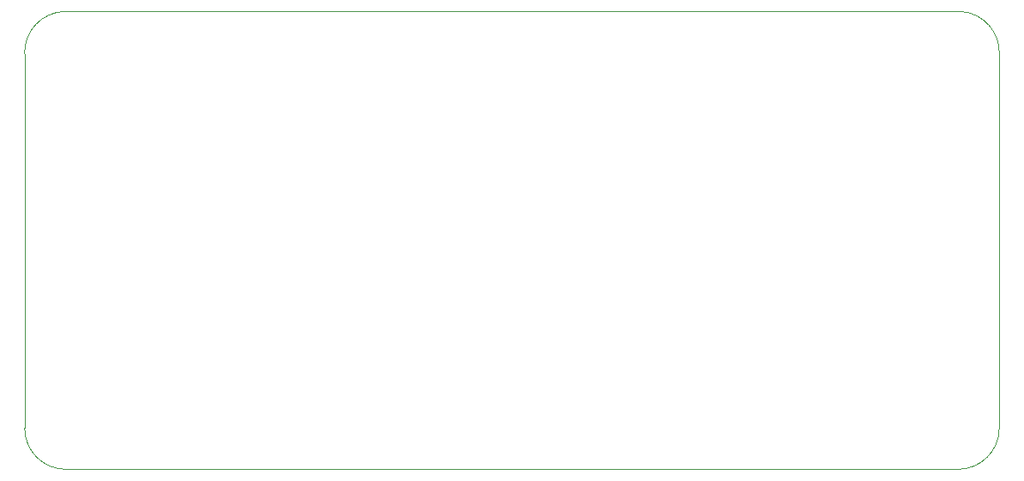
<source format=gbr>
%TF.GenerationSoftware,KiCad,Pcbnew,(7.0.0-0)*%
%TF.CreationDate,2023-08-14T10:15:54-06:00*%
%TF.ProjectId,ReflexFightingBoard,5265666c-6578-4466-9967-6874696e6742,rev?*%
%TF.SameCoordinates,Original*%
%TF.FileFunction,Profile,NP*%
%FSLAX46Y46*%
G04 Gerber Fmt 4.6, Leading zero omitted, Abs format (unit mm)*
G04 Created by KiCad (PCBNEW (7.0.0-0)) date 2023-08-14 10:15:54*
%MOMM*%
%LPD*%
G01*
G04 APERTURE LIST*
%TA.AperFunction,Profile*%
%ADD10C,0.050000*%
%TD*%
G04 APERTURE END LIST*
D10*
X103378000Y-120396000D02*
G75*
G03*
X107442000Y-124460000I4064000J0D01*
G01*
X103378000Y-120396000D02*
X103378000Y-83439000D01*
X195453000Y-124460000D02*
X107442000Y-124460000D01*
X107315000Y-79248000D02*
X195707000Y-79248000D01*
X107315000Y-79248001D02*
G75*
G03*
X103378001Y-83439000I127000J-4063999D01*
G01*
X199516999Y-83566000D02*
G75*
G03*
X195707000Y-79248001I-4063999J254000D01*
G01*
X199517000Y-83566000D02*
X199517000Y-120396000D01*
X195453000Y-124460000D02*
G75*
G03*
X199517000Y-120396000I0J4064000D01*
G01*
M02*

</source>
